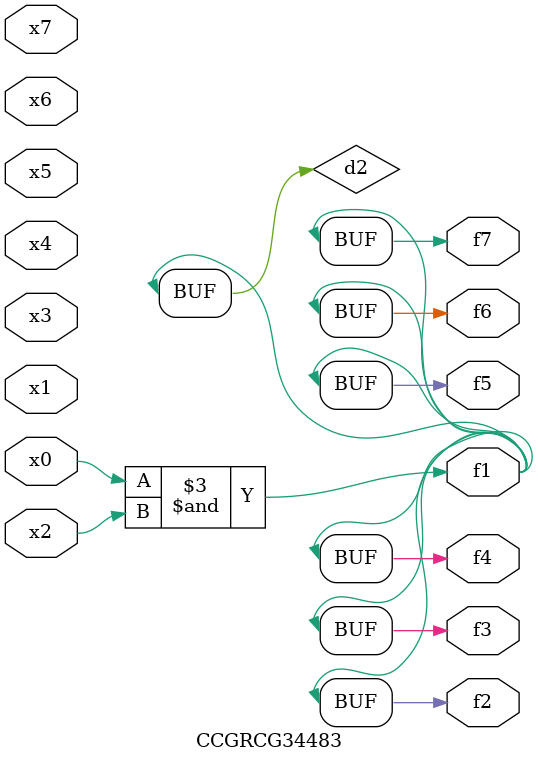
<source format=v>
module CCGRCG34483(
	input x0, x1, x2, x3, x4, x5, x6, x7,
	output f1, f2, f3, f4, f5, f6, f7
);

	wire d1, d2;

	nor (d1, x3, x6);
	and (d2, x0, x2);
	assign f1 = d2;
	assign f2 = d2;
	assign f3 = d2;
	assign f4 = d2;
	assign f5 = d2;
	assign f6 = d2;
	assign f7 = d2;
endmodule

</source>
